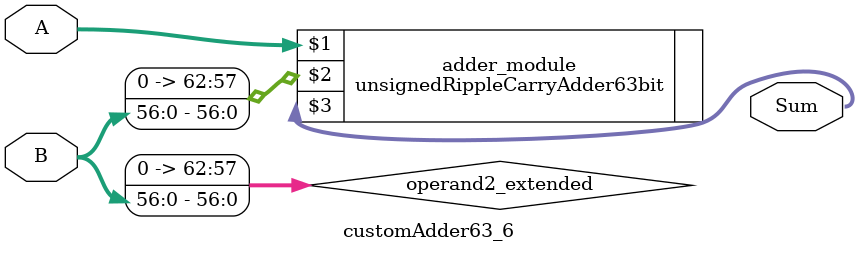
<source format=v>
module customAdder63_6(
                        input [62 : 0] A,
                        input [56 : 0] B,
                        
                        output [63 : 0] Sum
                );

        wire [62 : 0] operand2_extended;
        
        assign operand2_extended =  {6'b0, B};
        
        unsignedRippleCarryAdder63bit adder_module(
            A,
            operand2_extended,
            Sum
        );
        
        endmodule
        
</source>
